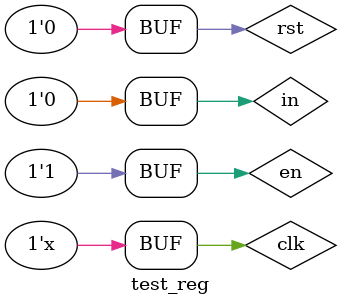
<source format=v>
`timescale 1ns / 1ps


module test_reg;
    reg in, en, clk, rst;
    wire out;

    Reg test_reg(.data_in(in), .enable(en), .clk(clk), .rst(rst), .data_out(out));

initial begin
    clk = 1'b0;
    in = 0;
    en = 1;
    rst = 0;
    #200 in = 1;
    //#100 en = 0;
    #100 in = 0;
end

always begin
    #10 clk = ~clk;
end

endmodule

</source>
